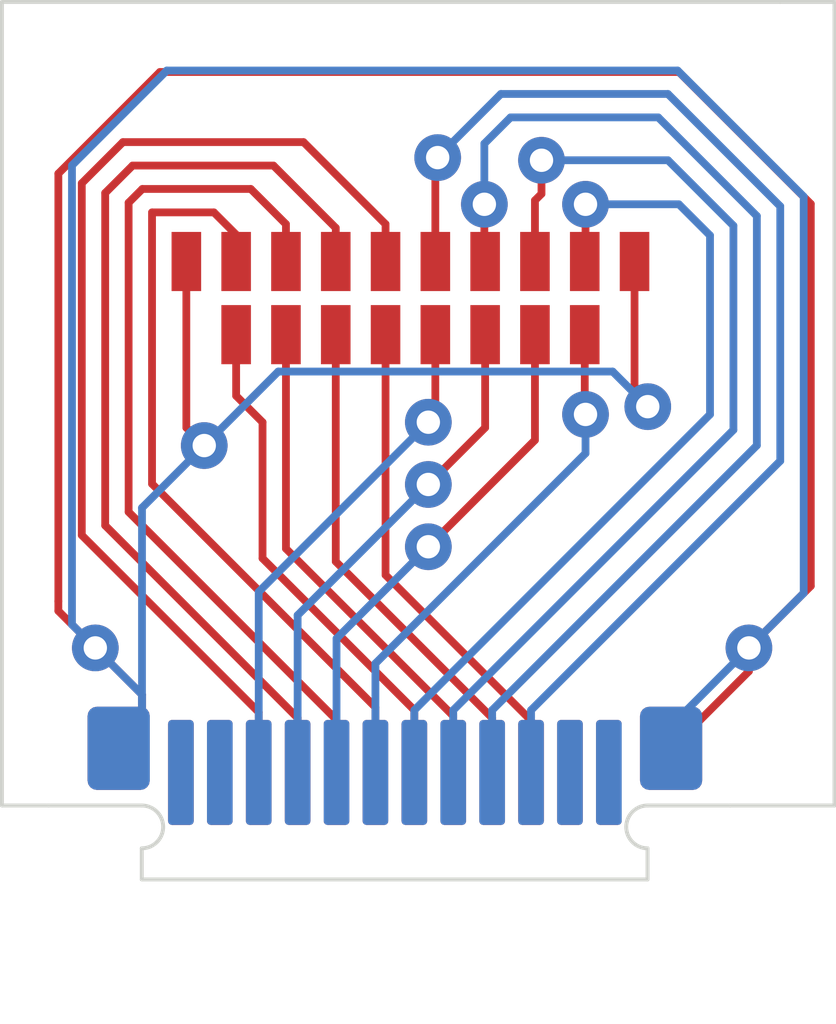
<source format=kicad_pcb>
(kicad_pcb (version 20241229) (generator "pcbnew") (generator_version "9.0")
  (layers (0 "F.Cu" signal) (2 "B.Cu" signal) (13 "F.Paste" user) (15 "B.Paste" user) (5 "F.SilkS" user "F.Silkscreen") (7 "B.SilkS" user "B.Silkscreen") (1 "F.Mask" user) (3 "B.Mask" user) (25 "Edge.Cuts" user))
  (net 0 "")
  (net 1 "GND")
  (net 2 "Net-(J1-Pad4)")
  (net 3 "Net-(J1-Pad11)")
  (net 4 "Net-(J1-Pad6)")
  (net 5 "Net-(J1-Pad9)")
  (net 6 "Net-(J1-Pad14)")
  (net 7 "Net-(J1-Pad0)")
  (net 8 "Net-(J1-Pad12)")
  (net 9 "Net-(J1-Pad7)")
  (net 10 "Net-(J1-Pad10)")
  (net 11 "Net-(J1-Pad3)")
  (net 12 "Net-(J1-Pad13)")
  (net 13 "Net-(J1-Pad1)")
  (net 14 "Net-(J1-Pad15)")
  (net 15 "Net-(J1-Pad5)")
  (net 16 "Net-(J1-Pad2)")
  (net 17 "Net-(J1-Pad8)")
  (footprint "USBPlug:699C124-2A6-111 USB Plug_first half" (layer "F.Cu") (at 134.8 100.3)
    (property "Reference" "U1" (hide yes))
    (property "Value" "~" (hide yes))
    (pad "0" smd roundrect (at -2.5 3) (size 0.33 1.35) (layers "F.Cu" "F.Mask" "F.Paste") (roundrect_rratio 0.1515151515))
    (pad "1" smd roundrect (at -2 3) (size 0.33 1.35) (layers "F.Cu" "F.Mask" "F.Paste") (roundrect_rratio 0.1515151515))
    (pad "2" smd roundrect (at -1.5 3) (size 0.33 1.35) (layers "F.Cu" "F.Mask" "F.Paste") (roundrect_rratio 0.1515151515) (net 7 "Net-(J1-Pad0)"))
    (pad "3" smd roundrect (at -1 3) (size 0.33 1.35) (layers "F.Cu" "F.Mask" "F.Paste") (roundrect_rratio 0.1515151515) (net 13 "Net-(J1-Pad1)"))
    (pad "4" smd roundrect (at -0.5 3) (size 0.33 1.35) (layers "F.Cu" "F.Mask" "F.Paste") (roundrect_rratio 0.1515151515) (net 16 "Net-(J1-Pad2)"))
    (pad "5" smd roundrect (at 0 3) (size 0.33 1.35) (layers "F.Cu" "F.Mask" "F.Paste") (roundrect_rratio 0.1515151515) (net 11 "Net-(J1-Pad3)"))
    (pad "6" smd roundrect (at 0.5 3) (size 0.33 1.35) (layers "F.Cu" "F.Mask" "F.Paste") (roundrect_rratio 0.1515151515) (net 2 "Net-(J1-Pad4)"))
    (pad "7" smd roundrect (at 1 3) (size 0.33 1.35) (layers "F.Cu" "F.Mask" "F.Paste") (roundrect_rratio 0.1515151515) (net 15 "Net-(J1-Pad5)"))
    (pad "8" smd roundrect (at 1.5 3) (size 0.33 1.35) (layers "F.Cu" "F.Mask" "F.Paste") (roundrect_rratio 0.1515151515) (net 4 "Net-(J1-Pad6)"))
    (pad "9" smd roundrect (at 2 3) (size 0.33 1.35) (layers "F.Cu" "F.Mask" "F.Paste") (roundrect_rratio 0.1515151515) (net 9 "Net-(J1-Pad7)"))
    (pad "10" smd roundrect (at 2.5 3) (size 0.33 1.35) (layers "F.Cu" "F.Mask" "F.Paste") (roundrect_rratio 0.1515151515))
    (pad "11" smd roundrect (at 3 3) (size 0.33 1.35) (layers "F.Cu" "F.Mask" "F.Paste") (roundrect_rratio 0.1515151515))
    (pad "24" smd roundrect (at -3 3 180) (size 0.8 1.07) (drill (offset 0.3 0.31)) (layers "F.Cu" "F.Mask" "F.Paste") (roundrect_rratio 0.15) (net 1 "GND"))
    (pad "25" smd roundrect (at 3.5 3) (size 0.8 1.07) (drill (offset 0.3 -0.31)) (layers "F.Cu" "F.Mask" "F.Paste") (roundrect_rratio 0.15) (net 1 "GND"))
  )
  (footprint "18pinOmnetics:CONN18_NPD-18-AA_OMN" (layer "F.Cu") (at 134.93 95.795 180)
    (property "Reference" "J1" (hide yes))
    (property "Value" "A79040-001" (hide yes))
    (pad "0" smd rect (at 0 -0.94 180) (size 0.38 0.76) (layers "F.Cu" "F.Mask" "F.Paste") (net 7 "Net-(J1-Pad0)"))
    (pad "1" smd rect (at 0.64 -0.94 180) (size 0.38 0.76) (layers "F.Cu" "F.Mask" "F.Paste") (net 13 "Net-(J1-Pad1)"))
    (pad "2" smd rect (at 1.28 -0.94 180) (size 0.38 0.76) (layers "F.Cu" "F.Mask" "F.Paste") (net 16 "Net-(J1-Pad2)"))
    (pad "3" smd rect (at 1.92 -0.94 180) (size 0.38 0.76) (layers "F.Cu" "F.Mask" "F.Paste") (net 11 "Net-(J1-Pad3)"))
    (pad "4" smd rect (at 1.92 -1.88 180) (size 0.38 0.76) (layers "F.Cu" "F.Mask" "F.Paste") (net 2 "Net-(J1-Pad4)"))
    (pad "5" smd rect (at 1.28 -1.88 180) (size 0.38 0.76) (layers "F.Cu" "F.Mask" "F.Paste") (net 15 "Net-(J1-Pad5)"))
    (pad "6" smd rect (at 0.64 -1.88 180) (size 0.38 0.76) (layers "F.Cu" "F.Mask" "F.Paste") (net 4 "Net-(J1-Pad6)"))
    (pad "7" smd rect (at 0 -1.88 180) (size 0.38 0.76) (layers "F.Cu" "F.Mask" "F.Paste") (net 9 "Net-(J1-Pad7)"))
    (pad "8" smd rect (at -0.64 -1.88 180) (size 0.38 0.76) (layers "F.Cu" "F.Mask" "F.Paste") (net 17 "Net-(J1-Pad8)"))
    (pad "9" smd rect (at -1.28 -1.88 180) (size 0.38 0.76) (layers "F.Cu" "F.Mask" "F.Paste") (net 5 "Net-(J1-Pad9)"))
    (pad "10" smd rect (at -1.92 -1.88 180) (size 0.38 0.76) (layers "F.Cu" "F.Mask" "F.Paste") (net 10 "Net-(J1-Pad10)"))
    (pad "11" smd rect (at -2.56 -1.88 180) (size 0.38 0.76) (layers "F.Cu" "F.Mask" "F.Paste") (net 3 "Net-(J1-Pad11)"))
    (pad "12" smd rect (at -2.56 -0.94 180) (size 0.38 0.76) (layers "F.Cu" "F.Mask" "F.Paste") (net 8 "Net-(J1-Pad12)"))
    (pad "13" smd rect (at -1.92 -0.94 180) (size 0.38 0.76) (layers "F.Cu" "F.Mask" "F.Paste") (net 12 "Net-(J1-Pad13)"))
    (pad "14" smd rect (at -1.28 -0.94 180) (size 0.38 0.76) (layers "F.Cu" "F.Mask" "F.Paste") (net 6 "Net-(J1-Pad14)"))
    (pad "15" smd rect (at -0.64 -0.94 180) (size 0.38 0.76) (layers "F.Cu" "F.Mask" "F.Paste") (net 14 "Net-(J1-Pad15)"))
    (pad "16" smd rect (at -3.2 -0.94 180) (size 0.38 0.76) (layers "F.Cu" "F.Mask" "F.Paste") (net 1 "GND"))
    (pad "17" smd rect (at 2.56 -0.94 180) (size 0.38 0.76) (layers "F.Cu" "F.Mask" "F.Paste") (net 1 "GND"))
  )
  (footprint "USBPlug:699C124-2A6-111 USB Plug_second half" (layer "B.Cu") (at 134.8 106.3)
    (property "Reference" "U2" (hide yes))
    (property "Value" "~" (hide yes))
    (pad "12" smd roundrect (at -2.5 -3) (size 0.33 1.35) (layers "B.Cu" "B.Mask" "B.Paste") (roundrect_rratio 0.1515151515))
    (pad "13" smd roundrect (at -2 -3) (size 0.33 1.35) (layers "B.Cu" "B.Mask" "B.Paste") (roundrect_rratio 0.1515151515))
    (pad "14" smd roundrect (at -1.5 -3) (size 0.33 1.35) (layers "B.Cu" "B.Mask" "B.Paste") (roundrect_rratio 0.1515151515) (net 17 "Net-(J1-Pad8)"))
    (pad "15" smd roundrect (at -1 -3) (size 0.33 1.35) (layers "B.Cu" "B.Mask" "B.Paste") (roundrect_rratio 0.1515151515) (net 5 "Net-(J1-Pad9)"))
    (pad "16" smd roundrect (at -0.5 -3) (size 0.33 1.35) (layers "B.Cu" "B.Mask" "B.Paste") (roundrect_rratio 0.1515151515) (net 10 "Net-(J1-Pad10)"))
    (pad "17" smd roundrect (at 0 -3) (size 0.33 1.35) (layers "B.Cu" "B.Mask" "B.Paste") (roundrect_rratio 0.1515151515) (net 3 "Net-(J1-Pad11)"))
    (pad "18" smd roundrect (at 0.5 -3) (size 0.33 1.35) (layers "B.Cu" "B.Mask" "B.Paste") (roundrect_rratio 0.1515151515) (net 8 "Net-(J1-Pad12)"))
    (pad "19" smd roundrect (at 1 -3) (size 0.33 1.35) (layers "B.Cu" "B.Mask" "B.Paste") (roundrect_rratio 0.1515151515) (net 12 "Net-(J1-Pad13)"))
    (pad "20" smd roundrect (at 1.5 -3) (size 0.33 1.35) (layers "B.Cu" "B.Mask" "B.Paste") (roundrect_rratio 0.1515151515) (net 6 "Net-(J1-Pad14)"))
    (pad "21" smd roundrect (at 2 -3) (size 0.33 1.35) (layers "B.Cu" "B.Mask" "B.Paste") (roundrect_rratio 0.1515151515) (net 14 "Net-(J1-Pad15)"))
    (pad "22" smd roundrect (at 2.5 -3) (size 0.33 1.35) (layers "B.Cu" "B.Mask" "B.Paste") (roundrect_rratio 0.1515151515))
    (pad "23" smd roundrect (at 3 -3) (size 0.33 1.35) (layers "B.Cu" "B.Mask" "B.Paste") (roundrect_rratio 0.1515151515))
    (pad "26" smd roundrect (at -3 -3.3 180) (size 0.8 1.07) (drill (offset 0.3 0.01)) (layers "B.Cu" "B.Mask" "B.Paste") (roundrect_rratio 0.15) (net 1 "GND"))
    (pad "27" smd roundrect (at 3.5 -3.3) (size 0.8 1.07) (drill (offset 0.3 -0.01)) (layers "B.Cu" "B.Mask" "B.Paste") (roundrect_rratio 0.15) (net 1 "GND"))
  )
  (gr_arc (start 138.297 104.27498) (mid 138.025 104) (end 138.3 103.725) (stroke (width 0.05)) (layer "Edge.Cuts"))
  (gr_line (start 130 103.725) (end 130 93.4) (stroke (width 0.05)) (layer "Edge.Cuts"))
  (gr_line (start 140.7 93.4) (end 140.7 93.5) (stroke (width 0.05)) (layer "Edge.Cuts"))
  (gr_line (start 140.7 93.4) (end 140 93.4) (stroke (width 0.05)) (layer "Edge.Cuts"))
  (gr_line (start 138.3 103.725) (end 139.3595 103.725) (stroke (width 0.05)) (layer "Edge.Cuts"))
  (gr_line (start 131.797 104.275) (end 131.797 104.675) (stroke (width 0.05)) (layer "Edge.Cuts"))
  (gr_line (start 130 103.725) (end 130.6 103.725) (stroke (width 0.05)) (layer "Edge.Cuts"))
  (gr_line (start 130 93.4) (end 140 93.4) (stroke (width 0.05)) (layer "Edge.Cuts"))
  (gr_line (start 138.297 104.27498) (end 138.297 104.675) (stroke (width 0.05)) (layer "Edge.Cuts"))
  (gr_arc (start 131.797 103.725) (mid 132.072 104) (end 131.797 104.275) (stroke (width 0.05)) (layer "Edge.Cuts"))
  (gr_line (start 140.7 93.5) (end 140.7 103.725) (stroke (width 0.05)) (layer "Edge.Cuts"))
  (gr_line (start 138.297 104.675) (end 131.797 104.675) (stroke (width 0.05)) (layer "Edge.Cuts"))
  (gr_line (start 131.797 103.725) (end 130.6 103.725) (stroke (width 0.05)) (layer "Edge.Cuts"))
  (gr_line (start 139.3595 103.725) (end 140.7 103.725) (stroke (width 0.05)) (layer "Edge.Cuts"))
  (segment (start 138.13 98.43) (end 138.3 98.6) (width 0.1) (layer "F.Cu") (net 1))
  (segment (start 139.6 101.7) (end 140.395 100.905) (width 0.1) (layer "F.Cu") (net 1))
  (segment (start 130.725 95.605288) (end 130.725 101.1) (width 0.1) (layer "F.Cu") (net 1))
  (segment (start 138.13 96.735) (end 138.13 98.43) (width 0.1) (layer "F.Cu") (net 1))
  (segment (start 132.37 96.735) (end 132.37 98.87) (width 0.1) (layer "F.Cu") (net 1))
  (segment (start 138.7 94.3) (end 132.030288 94.3) (width 0.1) (layer "F.Cu") (net 1))
  (segment (start 138.3 103.3) (end 139.6 102) (width 0.1) (layer "F.Cu") (net 1))
  (segment (start 132.030288 94.3) (end 130.725 95.605288) (width 0.1) (layer "F.Cu") (net 1))
  (segment (start 130.725 101.225) (end 130.725 101.1) (width 0.1) (layer "F.Cu") (net 1))
  (segment (start 139.6 102) (end 139.6 101.7) (width 0.1) (layer "F.Cu") (net 1))
  (segment (start 140.395 100.905) (end 140.395 95.995) (width 0.1) (layer "F.Cu") (net 1))
  (segment (start 131.8 103.3) (end 131.8 102.3) (width 0.1) (layer "F.Cu") (net 1))
  (segment (start 132.37 98.87) (end 132.6 99.1) (width 0.1) (layer "F.Cu") (net 1))
  (segment (start 131.8 102.3) (end 131.2 101.7) (width 0.1) (layer "F.Cu") (net 1))
  (segment (start 131.2 101.7) (end 130.725 101.225) (width 0.1) (layer "F.Cu") (net 1))
  (segment (start 140.395 95.995) (end 138.7 94.3) (width 0.1) (layer "F.Cu") (net 1))
  (via (at 131.2 101.7) (size 0.6) (drill 0.3) (layers "F.Cu" "B.Cu") (net 1))
  (via (at 138.3 98.6) (size 0.6) (drill 0.3) (layers "F.Cu" "B.Cu") (net 1))
  (via (at 139.6 101.7) (size 0.6) (drill 0.3) (layers "F.Cu" "B.Cu") (net 1))
  (via (at 132.6 99.1) (size 0.6) (drill 0.3) (layers "F.Cu" "B.Cu") (net 1))
  (segment (start 138.3 98.6) (end 137.849 98.149) (width 0.1) (layer "B.Cu") (net 1))
  (segment (start 131.2 101.7) (end 131.8 102.3) (width 0.1) (layer "B.Cu") (net 1))
  (segment (start 133.551 98.149) (end 132.6 99.1) (width 0.1) (layer "B.Cu") (net 1))
  (segment (start 132.118687 94.281313) (end 130.9 95.5) (width 0.1) (layer "B.Cu") (net 1))
  (segment (start 138.684025 94.281313) (end 132.118687 94.281313) (width 0.1) (layer "B.Cu") (net 1))
  (segment (start 131.8 102.3) (end 131.8 103) (width 0.1) (layer "B.Cu") (net 1))
  (segment (start 140.304 100.996) (end 140.304 95.901288) (width 0.1) (layer "B.Cu") (net 1))
  (segment (start 140.304 95.901288) (end 138.684025 94.281313) (width 0.1) (layer "B.Cu") (net 1))
  (segment (start 139.6 101.7) (end 140.304 100.996) (width 0.1) (layer "B.Cu") (net 1))
  (segment (start 130.9 101.4) (end 131.2 101.7) (width 0.1) (layer "B.Cu") (net 1))
  (segment (start 131.8 99.9) (end 131.8 103) (width 0.1) (layer "B.Cu") (net 1))
  (segment (start 138.3 103) (end 139.6 101.7) (width 0.1) (layer "B.Cu") (net 1))
  (segment (start 130.9 95.5) (end 130.9 101.4) (width 0.1) (layer "B.Cu") (net 1))
  (segment (start 137.849 98.149) (end 133.551 98.149) (width 0.1) (layer "B.Cu") (net 1))
  (segment (start 132.6 99.1) (end 131.8 99.9) (width 0.1) (layer "B.Cu") (net 1))
  (segment (start 133.01 98.461) (end 133.01 97.675) (width 0.1) (layer "F.Cu") (net 2))
  (segment (start 133.349 100.549) (end 133.349 98.8) (width 0.1) (layer "F.Cu") (net 2))
  (segment (start 135.3 102.5) (end 133.349 100.549) (width 0.1) (layer "F.Cu") (net 2))
  (segment (start 135.3 103.3) (end 135.3 102.5) (width 0.1) (layer "F.Cu") (net 2))
  (segment (start 133.349 98.8) (end 133.01 98.461) (width 0.1) (layer "F.Cu") (net 2))
  (segment (start 137.49 98.69) (end 137.49 97.675) (width 0.1) (layer "F.Cu") (net 3))
  (segment (start 137.5 98.7) (end 137.49 98.69) (width 0.1) (layer "F.Cu") (net 3))
  (via (at 137.5 98.7) (size 0.6) (drill 0.3) (layers "F.Cu" "B.Cu") (net 3))
  (segment (start 134.8 103.3) (end 134.8 101.9) (width 0.1) (layer "B.Cu") (net 3))
  (segment (start 134.8 101.9) (end 137.5 99.2) (width 0.1) (layer "B.Cu") (net 3))
  (segment (start 137.5 99.2) (end 137.5 98.7) (width 0.1) (layer "B.Cu") (net 3))
  (segment (start 134.29 100.59) (end 134.29 97.675) (width 0.1) (layer "F.Cu") (net 4))
  (segment (start 136.3 102.6) (end 134.29 100.59) (width 0.1) (layer "F.Cu") (net 4))
  (segment (start 136.3 103.3) (end 136.3 102.6) (width 0.1) (layer "F.Cu") (net 4))
  (segment (start 135.48 99.600003) (end 136.21 98.870003) (width 0.1) (layer "F.Cu") (net 5))
  (segment (start 136.21 98.870003) (end 136.21 97.675) (width 0.1) (layer "F.Cu") (net 5))
  (via (at 135.48 99.600003) (size 0.6) (drill 0.3) (layers "F.Cu" "B.Cu") (net 5))
  (segment (start 133.8 101.280003) (end 135.48 99.600003) (width 0.1) (layer "B.Cu") (net 5))
  (segment (start 133.8 103.3) (end 133.8 101.280003) (width 0.1) (layer "B.Cu") (net 5))
  (segment (start 136.2 96.725) (end 136.21 96.735) (width 0.1) (layer "F.Cu") (net 6))
  (segment (start 136.2 96) (end 136.2 96.725) (width 0.1) (layer "F.Cu") (net 6))
  (via (at 136.2 96) (size 0.6) (drill 0.3) (layers "F.Cu" "B.Cu") (net 6))
  (segment (start 139.702 96.150644) (end 138.434669 94.883313) (width 0.1) (layer "B.Cu") (net 6))
  (segment (start 136.3 102.5) (end 139.702 99.098) (width 0.1) (layer "B.Cu") (net 6))
  (segment (start 136.3 103.3) (end 136.249 103.249) (width 0.1) (layer "B.Cu") (net 6))
  (segment (start 136.3 103.3) (end 136.3 102.5) (width 0.1) (layer "B.Cu") (net 6))
  (segment (start 138.434669 94.883313) (end 136.536941 94.883313) (width 0.1) (layer "B.Cu") (net 6))
  (segment (start 139.702 99.098) (end 139.702 96.150644) (width 0.1) (layer "B.Cu") (net 6))
  (segment (start 136.536941 94.883313) (end 136.2 95.220254) (width 0.1) (layer "B.Cu") (net 6))
  (segment (start 136.2 95.220254) (end 136.2 96) (width 0.1) (layer "B.Cu") (net 6))
  (segment (start 134.93 96.255) (end 134.93 96.735) (width 0.1) (layer "F.Cu") (net 7))
  (segment (start 131.026 95.729966) (end 131.554966 95.201) (width 0.1) (layer "F.Cu") (net 7))
  (segment (start 133.3 102.525678) (end 131.026 100.251678) (width 0.1) (layer "F.Cu") (net 7))
  (segment (start 133.3 103.3) (end 133.3 102.525678) (width 0.1) (layer "F.Cu") (net 7))
  (segment (start 133.876 95.201) (end 134.93 96.255) (width 0.1) (layer "F.Cu") (net 7))
  (segment (start 131.026 100.251678) (end 131.026 95.729966) (width 0.1) (layer "F.Cu") (net 7))
  (segment (start 131.554966 95.201) (end 133.876 95.201) (width 0.1) (layer "F.Cu") (net 7))
  (segment (start 137.5 96) (end 137.5 96.725) (width 0.1) (layer "F.Cu") (net 8))
  (segment (start 137.5 96.725) (end 137.49 96.735) (width 0.1) (layer "F.Cu") (net 8))
  (via (at 137.5 96) (size 0.6) (drill 0.3) (layers "F.Cu" "B.Cu") (net 8))
  (segment (start 135.3 103.3) (end 135.3 102.5) (width 0.1) (layer "B.Cu") (net 8))
  (segment (start 139.1 96.4) (end 138.7 96) (width 0.1) (layer "B.Cu") (net 8))
  (segment (start 135.3 102.5) (end 139.1 98.7) (width 0.1) (layer "B.Cu") (net 8))
  (segment (start 138.7 96) (end 137.5 96) (width 0.1) (layer "B.Cu") (net 8))
  (segment (start 139.1 98.7) (end 139.1 96.4) (width 0.1) (layer "B.Cu") (net 8))
  (segment (start 136.8 103.3) (end 136.8 102.632936) (width 0.1) (layer "F.Cu") (net 9))
  (segment (start 134.93 100.762936) (end 134.93 97.675) (width 0.1) (layer "F.Cu") (net 9))
  (segment (start 136.8 102.632936) (end 134.93 100.762936) (width 0.1) (layer "F.Cu") (net 9))
  (segment (start 135.48 100.400006) (end 136.85 99.030006) (width 0.1) (layer "F.Cu") (net 10))
  (segment (start 136.85 99.030006) (end 136.85 97.675) (width 0.1) (layer "F.Cu") (net 10))
  (via (at 135.48 100.400006) (size 0.6) (drill 0.3) (layers "F.Cu" "B.Cu") (net 10))
  (segment (start 134.3 101.580006) (end 135.48 100.400006) (width 0.1) (layer "B.Cu") (net 10))
  (segment (start 134.3 103.3) (end 134.3 101.580006) (width 0.1) (layer "B.Cu") (net 10))
  (segment (start 133.01 96.39) (end 133.01 96.735) (width 0.1) (layer "F.Cu") (net 11))
  (segment (start 134.8 103.3) (end 134.8 102.463) (width 0.1) (layer "F.Cu") (net 11))
  (segment (start 131.929 96.104) (end 132.724 96.104) (width 0.1) (layer "F.Cu") (net 11))
  (segment (start 131.929 99.592) (end 131.929 96.104) (width 0.1) (layer "F.Cu") (net 11))
  (segment (start 132.724 96.104) (end 133.01 96.39) (width 0.1) (layer "F.Cu") (net 11))
  (segment (start 134.8 102.463) (end 131.929 99.592) (width 0.1) (layer "F.Cu") (net 11))
  (segment (start 136.934313 95.865687) (end 136.85 95.95) (width 0.1) (layer "F.Cu") (net 12))
  (segment (start 136.934313 95.434313) (end 136.934313 95.865687) (width 0.1) (layer "F.Cu") (net 12))
  (segment (start 136.85 95.95) (end 136.85 96.735) (width 0.1) (layer "F.Cu") (net 12))
  (via (at 136.934313 95.434313) (size 0.6) (drill 0.3) (layers "F.Cu" "B.Cu") (net 12))
  (segment (start 138.559991 95.434313) (end 136.934313 95.434313) (width 0.1) (layer "B.Cu") (net 12))
  (segment (start 139.401 98.899) (end 139.401 96.275322) (width 0.1) (layer "B.Cu") (net 12))
  (segment (start 135.8 103.3) (end 135.8 102.5) (width 0.1) (layer "B.Cu") (net 12))
  (segment (start 139.401 96.275322) (end 138.559991 95.434313) (width 0.1) (layer "B.Cu") (net 12))
  (segment (start 135.8 102.5) (end 139.401 98.899) (width 0.1) (layer "B.Cu") (net 12))
  (segment (start 131.327 100.127) (end 131.327 95.854644) (width 0.1) (layer "F.Cu") (net 13))
  (segment (start 131.679644 95.502) (end 133.489 95.502) (width 0.1) (layer "F.Cu") (net 13))
  (segment (start 133.8 103.3) (end 133.8 102.6) (width 0.1) (layer "F.Cu") (net 13))
  (segment (start 133.489 95.502) (end 134.29 96.303) (width 0.1) (layer "F.Cu") (net 13))
  (segment (start 131.327 95.854644) (end 131.679644 95.502) (width 0.1) (layer "F.Cu") (net 13))
  (segment (start 134.29 96.303) (end 134.29 96.735) (width 0.1) (layer "F.Cu") (net 13))
  (segment (start 133.8 102.6) (end 131.327 100.127) (width 0.1) (layer "F.Cu") (net 13))
  (segment (start 135.57 95.43) (end 135.57 96.735) (width 0.1) (layer "F.Cu") (net 14))
  (segment (start 135.6 95.4) (end 135.57 95.43) (width 0.1) (layer "F.Cu") (net 14))
  (via (at 135.6 95.4) (size 0.6) (drill 0.3) (layers "F.Cu" "B.Cu") (net 14))
  (segment (start 140.003 99.297) (end 140.003 96.025966) (width 0.1) (layer "B.Cu") (net 14))
  (segment (start 135.6 95.394576) (end 135.6 95.4) (width 0.1) (layer "B.Cu") (net 14))
  (segment (start 140.003 96.025966) (end 138.559347 94.582313) (width 0.1) (layer "B.Cu") (net 14))
  (segment (start 136.412263 94.582313) (end 135.6 95.394576) (width 0.1) (layer "B.Cu") (net 14))
  (segment (start 136.8 103.3) (end 136.8 102.5) (width 0.1) (layer "B.Cu") (net 14))
  (segment (start 136.8 102.5) (end 140.003 99.297) (width 0.1) (layer "B.Cu") (net 14))
  (segment (start 138.559347 94.582313) (end 136.412263 94.582313) (width 0.1) (layer "B.Cu") (net 14))
  (segment (start 135.8 103.3) (end 135.8 102.8) (width 0.1) (layer "F.Cu") (net 15))
  (segment (start 133.65 100.424322) (end 135.8 102.574322) (width 0.1) (layer "F.Cu") (net 15))
  (segment (start 135.8 102.574322) (end 135.8 103.3) (width 0.1) (layer "F.Cu") (net 15))
  (segment (start 133.65 97.675) (end 133.65 100.424322) (width 0.1) (layer "F.Cu") (net 15))
  (segment (start 135.8 102.8) (end 135.716 102.716) (width 0.1) (layer "F.Cu") (net 15))
  (segment (start 133.198 95.803) (end 133.65 96.255) (width 0.1) (layer "F.Cu") (net 16))
  (segment (start 131.628 95.979322) (end 131.804322 95.803) (width 0.1) (layer "F.Cu") (net 16))
  (segment (start 134.3 103.3) (end 134.3 102.625) (width 0.1) (layer "F.Cu") (net 16))
  (segment (start 131.804322 95.803) (end 133.198 95.803) (width 0.1) (layer "F.Cu") (net 16))
  (segment (start 134.3 102.625) (end 131.628 99.953) (width 0.1) (layer "F.Cu") (net 16))
  (segment (start 133.65 96.255) (end 133.65 96.735) (width 0.1) (layer "F.Cu") (net 16))
  (segment (start 131.628 99.953) (end 131.628 95.979322) (width 0.1) (layer "F.Cu") (net 16))
  (segment (start 135.57 98.71) (end 135.57 97.675) (width 0.1) (layer "F.Cu") (net 17))
  (segment (start 135.48 98.8) (end 135.57 98.71) (width 0.1) (layer "F.Cu") (net 17))
  (via (at 135.48 98.8) (size 0.6) (drill 0.3) (layers "F.Cu" "B.Cu") (net 17))
  (segment (start 133.3 103.3) (end 133.3 100.98) (width 0.1) (layer "B.Cu") (net 17))
  (segment (start 133.3 100.98) (end 135.48 98.8) (width 0.1) (layer "B.Cu") (net 17))
)
</source>
